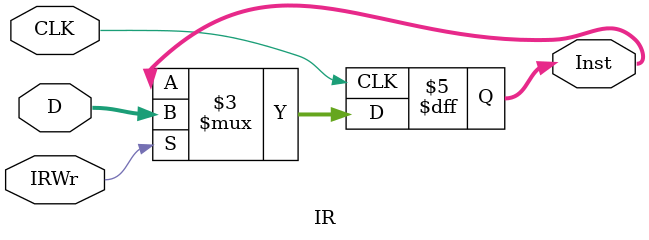
<source format=v>
module IR(
   CLK, D,IRWr,Inst    
);
    input [31:0] D;
    input CLK,IRWr;
    output[31:0] Inst;
    reg[31:0] Inst;
    //initial Inst=0;
    always @(posedge CLK)
    if(IRWr) Inst=D;
    endmodule
</source>
